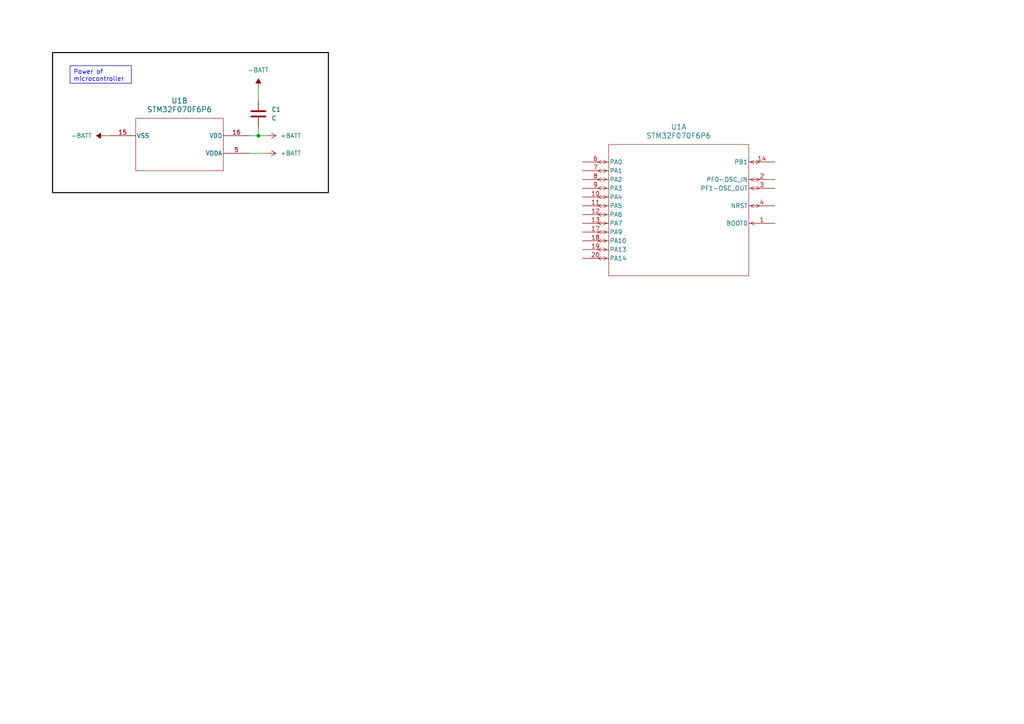
<source format=kicad_sch>
(kicad_sch (version 20230121) (generator eeschema)

  (uuid 0b835094-f9c0-45ab-a312-d1f27d043c8e)

  (paper "A4")

  (lib_symbols
    (symbol "2023-11-22_23-54-19:STM32F070F6P6" (pin_names (offset 0.254)) (in_bom yes) (on_board yes)
      (property "Reference" "U" (at 27.94 10.16 0)
        (effects (font (size 1.524 1.524)))
      )
      (property "Value" "STM32F070F6P6" (at 27.94 7.62 0)
        (effects (font (size 1.524 1.524)))
      )
      (property "Footprint" "TSSOP20" (at 0 0 0)
        (effects (font (size 1.27 1.27) italic) hide)
      )
      (property "Datasheet" "STM32F070F6P6" (at 0 0 0)
        (effects (font (size 1.27 1.27) italic) hide)
      )
      (property "ki_locked" "" (at 0 0 0)
        (effects (font (size 1.27 1.27)))
      )
      (property "ki_keywords" "STM32F070F6P6" (at 0 0 0)
        (effects (font (size 1.27 1.27)) hide)
      )
      (property "ki_fp_filters" "TSSOP20 TSSOP20-M TSSOP20-L" (at 0 0 0)
        (effects (font (size 1.27 1.27)) hide)
      )
      (symbol "STM32F070F6P6_1_1"
        (polyline
          (pts
            (xy 5.5372 -28.4607)
            (xy 4.4958 -27.94)
          )
          (stroke (width 0.127) (type default))
          (fill (type none))
        )
        (polyline
          (pts
            (xy 5.5372 -27.4193)
            (xy 4.4958 -27.94)
          )
          (stroke (width 0.127) (type default))
          (fill (type none))
        )
        (polyline
          (pts
            (xy 5.5372 -25.9207)
            (xy 4.4958 -25.4)
          )
          (stroke (width 0.127) (type default))
          (fill (type none))
        )
        (polyline
          (pts
            (xy 5.5372 -24.8793)
            (xy 4.4958 -25.4)
          )
          (stroke (width 0.127) (type default))
          (fill (type none))
        )
        (polyline
          (pts
            (xy 5.5372 -23.3807)
            (xy 4.4958 -22.86)
          )
          (stroke (width 0.127) (type default))
          (fill (type none))
        )
        (polyline
          (pts
            (xy 5.5372 -22.3393)
            (xy 4.4958 -22.86)
          )
          (stroke (width 0.127) (type default))
          (fill (type none))
        )
        (polyline
          (pts
            (xy 5.5372 -20.8407)
            (xy 4.4958 -20.32)
          )
          (stroke (width 0.127) (type default))
          (fill (type none))
        )
        (polyline
          (pts
            (xy 5.5372 -19.7993)
            (xy 4.4958 -20.32)
          )
          (stroke (width 0.127) (type default))
          (fill (type none))
        )
        (polyline
          (pts
            (xy 5.5372 -18.3007)
            (xy 4.4958 -17.78)
          )
          (stroke (width 0.127) (type default))
          (fill (type none))
        )
        (polyline
          (pts
            (xy 5.5372 -17.2593)
            (xy 4.4958 -17.78)
          )
          (stroke (width 0.127) (type default))
          (fill (type none))
        )
        (polyline
          (pts
            (xy 5.5372 -15.7607)
            (xy 4.4958 -15.24)
          )
          (stroke (width 0.127) (type default))
          (fill (type none))
        )
        (polyline
          (pts
            (xy 5.5372 -14.7193)
            (xy 4.4958 -15.24)
          )
          (stroke (width 0.127) (type default))
          (fill (type none))
        )
        (polyline
          (pts
            (xy 5.5372 -13.2207)
            (xy 4.4958 -12.7)
          )
          (stroke (width 0.127) (type default))
          (fill (type none))
        )
        (polyline
          (pts
            (xy 5.5372 -12.1793)
            (xy 4.4958 -12.7)
          )
          (stroke (width 0.127) (type default))
          (fill (type none))
        )
        (polyline
          (pts
            (xy 5.5372 -10.6807)
            (xy 4.4958 -10.16)
          )
          (stroke (width 0.127) (type default))
          (fill (type none))
        )
        (polyline
          (pts
            (xy 5.5372 -9.6393)
            (xy 4.4958 -10.16)
          )
          (stroke (width 0.127) (type default))
          (fill (type none))
        )
        (polyline
          (pts
            (xy 5.5372 -8.1407)
            (xy 4.4958 -7.62)
          )
          (stroke (width 0.127) (type default))
          (fill (type none))
        )
        (polyline
          (pts
            (xy 5.5372 -7.0993)
            (xy 4.4958 -7.62)
          )
          (stroke (width 0.127) (type default))
          (fill (type none))
        )
        (polyline
          (pts
            (xy 5.5372 -5.6007)
            (xy 4.4958 -5.08)
          )
          (stroke (width 0.127) (type default))
          (fill (type none))
        )
        (polyline
          (pts
            (xy 5.5372 -4.5593)
            (xy 4.4958 -5.08)
          )
          (stroke (width 0.127) (type default))
          (fill (type none))
        )
        (polyline
          (pts
            (xy 5.5372 -3.0607)
            (xy 4.4958 -2.54)
          )
          (stroke (width 0.127) (type default))
          (fill (type none))
        )
        (polyline
          (pts
            (xy 5.5372 -2.0193)
            (xy 4.4958 -2.54)
          )
          (stroke (width 0.127) (type default))
          (fill (type none))
        )
        (polyline
          (pts
            (xy 5.5372 -0.5207)
            (xy 4.4958 0)
          )
          (stroke (width 0.127) (type default))
          (fill (type none))
        )
        (polyline
          (pts
            (xy 5.5372 0.5207)
            (xy 4.4958 0)
          )
          (stroke (width 0.127) (type default))
          (fill (type none))
        )
        (polyline
          (pts
            (xy 7.0993 -27.94)
            (xy 6.0579 -28.4607)
          )
          (stroke (width 0.127) (type default))
          (fill (type none))
        )
        (polyline
          (pts
            (xy 7.0993 -27.94)
            (xy 6.0579 -27.4193)
          )
          (stroke (width 0.127) (type default))
          (fill (type none))
        )
        (polyline
          (pts
            (xy 7.0993 -25.4)
            (xy 6.0579 -25.9207)
          )
          (stroke (width 0.127) (type default))
          (fill (type none))
        )
        (polyline
          (pts
            (xy 7.0993 -25.4)
            (xy 6.0579 -24.8793)
          )
          (stroke (width 0.127) (type default))
          (fill (type none))
        )
        (polyline
          (pts
            (xy 7.0993 -22.86)
            (xy 6.0579 -23.3807)
          )
          (stroke (width 0.127) (type default))
          (fill (type none))
        )
        (polyline
          (pts
            (xy 7.0993 -22.86)
            (xy 6.0579 -22.3393)
          )
          (stroke (width 0.127) (type default))
          (fill (type none))
        )
        (polyline
          (pts
            (xy 7.0993 -20.32)
            (xy 6.0579 -20.8407)
          )
          (stroke (width 0.127) (type default))
          (fill (type none))
        )
        (polyline
          (pts
            (xy 7.0993 -20.32)
            (xy 6.0579 -19.7993)
          )
          (stroke (width 0.127) (type default))
          (fill (type none))
        )
        (polyline
          (pts
            (xy 7.0993 -17.78)
            (xy 6.0579 -18.3007)
          )
          (stroke (width 0.127) (type default))
          (fill (type none))
        )
        (polyline
          (pts
            (xy 7.0993 -17.78)
            (xy 6.0579 -17.2593)
          )
          (stroke (width 0.127) (type default))
          (fill (type none))
        )
        (polyline
          (pts
            (xy 7.0993 -15.24)
            (xy 6.0579 -15.7607)
          )
          (stroke (width 0.127) (type default))
          (fill (type none))
        )
        (polyline
          (pts
            (xy 7.0993 -15.24)
            (xy 6.0579 -14.7193)
          )
          (stroke (width 0.127) (type default))
          (fill (type none))
        )
        (polyline
          (pts
            (xy 7.0993 -12.7)
            (xy 6.0579 -13.2207)
          )
          (stroke (width 0.127) (type default))
          (fill (type none))
        )
        (polyline
          (pts
            (xy 7.0993 -12.7)
            (xy 6.0579 -12.1793)
          )
          (stroke (width 0.127) (type default))
          (fill (type none))
        )
        (polyline
          (pts
            (xy 7.0993 -10.16)
            (xy 6.0579 -10.6807)
          )
          (stroke (width 0.127) (type default))
          (fill (type none))
        )
        (polyline
          (pts
            (xy 7.0993 -10.16)
            (xy 6.0579 -9.6393)
          )
          (stroke (width 0.127) (type default))
          (fill (type none))
        )
        (polyline
          (pts
            (xy 7.0993 -7.62)
            (xy 6.0579 -8.1407)
          )
          (stroke (width 0.127) (type default))
          (fill (type none))
        )
        (polyline
          (pts
            (xy 7.0993 -7.62)
            (xy 6.0579 -7.0993)
          )
          (stroke (width 0.127) (type default))
          (fill (type none))
        )
        (polyline
          (pts
            (xy 7.0993 -5.08)
            (xy 6.0579 -5.6007)
          )
          (stroke (width 0.127) (type default))
          (fill (type none))
        )
        (polyline
          (pts
            (xy 7.0993 -5.08)
            (xy 6.0579 -4.5593)
          )
          (stroke (width 0.127) (type default))
          (fill (type none))
        )
        (polyline
          (pts
            (xy 7.0993 -2.54)
            (xy 6.0579 -3.0607)
          )
          (stroke (width 0.127) (type default))
          (fill (type none))
        )
        (polyline
          (pts
            (xy 7.0993 -2.54)
            (xy 6.0579 -2.0193)
          )
          (stroke (width 0.127) (type default))
          (fill (type none))
        )
        (polyline
          (pts
            (xy 7.0993 0)
            (xy 6.0579 -0.5207)
          )
          (stroke (width 0.127) (type default))
          (fill (type none))
        )
        (polyline
          (pts
            (xy 7.0993 0)
            (xy 6.0579 0.5207)
          )
          (stroke (width 0.127) (type default))
          (fill (type none))
        )
        (polyline
          (pts
            (xy 7.62 -33.02)
            (xy 48.26 -33.02)
          )
          (stroke (width 0.127) (type default))
          (fill (type none))
        )
        (polyline
          (pts
            (xy 7.62 5.08)
            (xy 7.62 -33.02)
          )
          (stroke (width 0.127) (type default))
          (fill (type none))
        )
        (polyline
          (pts
            (xy 48.26 -33.02)
            (xy 48.26 5.08)
          )
          (stroke (width 0.127) (type default))
          (fill (type none))
        )
        (polyline
          (pts
            (xy 48.26 5.08)
            (xy 7.62 5.08)
          )
          (stroke (width 0.127) (type default))
          (fill (type none))
        )
        (polyline
          (pts
            (xy 48.7807 -17.78)
            (xy 49.8221 -18.3007)
          )
          (stroke (width 0.127) (type default))
          (fill (type none))
        )
        (polyline
          (pts
            (xy 48.7807 -17.78)
            (xy 49.8221 -17.2593)
          )
          (stroke (width 0.127) (type default))
          (fill (type none))
        )
        (polyline
          (pts
            (xy 48.7807 -12.7)
            (xy 49.8221 -13.2207)
          )
          (stroke (width 0.127) (type default))
          (fill (type none))
        )
        (polyline
          (pts
            (xy 48.7807 -12.7)
            (xy 49.8221 -12.1793)
          )
          (stroke (width 0.127) (type default))
          (fill (type none))
        )
        (polyline
          (pts
            (xy 48.7807 -7.62)
            (xy 49.8221 -8.1407)
          )
          (stroke (width 0.127) (type default))
          (fill (type none))
        )
        (polyline
          (pts
            (xy 48.7807 -7.62)
            (xy 49.8221 -7.0993)
          )
          (stroke (width 0.127) (type default))
          (fill (type none))
        )
        (polyline
          (pts
            (xy 48.7807 -5.08)
            (xy 49.8221 -5.6007)
          )
          (stroke (width 0.127) (type default))
          (fill (type none))
        )
        (polyline
          (pts
            (xy 48.7807 -5.08)
            (xy 49.8221 -4.5593)
          )
          (stroke (width 0.127) (type default))
          (fill (type none))
        )
        (polyline
          (pts
            (xy 48.7807 0)
            (xy 49.8221 -0.5207)
          )
          (stroke (width 0.127) (type default))
          (fill (type none))
        )
        (polyline
          (pts
            (xy 48.7807 0)
            (xy 49.8221 0.5207)
          )
          (stroke (width 0.127) (type default))
          (fill (type none))
        )
        (polyline
          (pts
            (xy 50.3428 -13.2207)
            (xy 51.3842 -12.7)
          )
          (stroke (width 0.127) (type default))
          (fill (type none))
        )
        (polyline
          (pts
            (xy 50.3428 -12.1793)
            (xy 51.3842 -12.7)
          )
          (stroke (width 0.127) (type default))
          (fill (type none))
        )
        (polyline
          (pts
            (xy 50.3428 -8.1407)
            (xy 51.3842 -7.62)
          )
          (stroke (width 0.127) (type default))
          (fill (type none))
        )
        (polyline
          (pts
            (xy 50.3428 -7.0993)
            (xy 51.3842 -7.62)
          )
          (stroke (width 0.127) (type default))
          (fill (type none))
        )
        (polyline
          (pts
            (xy 50.3428 -5.6007)
            (xy 51.3842 -5.08)
          )
          (stroke (width 0.127) (type default))
          (fill (type none))
        )
        (polyline
          (pts
            (xy 50.3428 -4.5593)
            (xy 51.3842 -5.08)
          )
          (stroke (width 0.127) (type default))
          (fill (type none))
        )
        (polyline
          (pts
            (xy 50.3428 -0.5207)
            (xy 51.3842 0)
          )
          (stroke (width 0.127) (type default))
          (fill (type none))
        )
        (polyline
          (pts
            (xy 50.3428 0.5207)
            (xy 51.3842 0)
          )
          (stroke (width 0.127) (type default))
          (fill (type none))
        )
        (pin input line (at 55.88 -17.78 180) (length 7.62)
          (name "BOOT0" (effects (font (size 1.27 1.27))))
          (number "1" (effects (font (size 1.27 1.27))))
        )
        (pin bidirectional line (at 0 -10.16 0) (length 7.62)
          (name "PA4" (effects (font (size 1.27 1.27))))
          (number "10" (effects (font (size 1.27 1.27))))
        )
        (pin bidirectional line (at 0 -12.7 0) (length 7.62)
          (name "PA5" (effects (font (size 1.27 1.27))))
          (number "11" (effects (font (size 1.27 1.27))))
        )
        (pin bidirectional line (at 0 -15.24 0) (length 7.62)
          (name "PA6" (effects (font (size 1.27 1.27))))
          (number "12" (effects (font (size 1.27 1.27))))
        )
        (pin bidirectional line (at 0 -17.78 0) (length 7.62)
          (name "PA7" (effects (font (size 1.27 1.27))))
          (number "13" (effects (font (size 1.27 1.27))))
        )
        (pin bidirectional line (at 55.88 0 180) (length 7.62)
          (name "PB1" (effects (font (size 1.27 1.27))))
          (number "14" (effects (font (size 1.27 1.27))))
        )
        (pin bidirectional line (at 0 -20.32 0) (length 7.62)
          (name "PA9" (effects (font (size 1.27 1.27))))
          (number "17" (effects (font (size 1.27 1.27))))
        )
        (pin bidirectional line (at 0 -22.86 0) (length 7.62)
          (name "PA10" (effects (font (size 1.27 1.27))))
          (number "18" (effects (font (size 1.27 1.27))))
        )
        (pin bidirectional line (at 0 -25.4 0) (length 7.62)
          (name "PA13" (effects (font (size 1.27 1.27))))
          (number "19" (effects (font (size 1.27 1.27))))
        )
        (pin bidirectional line (at 55.88 -5.08 180) (length 7.62)
          (name "PF0-OSC_IN" (effects (font (size 1.27 1.27))))
          (number "2" (effects (font (size 1.27 1.27))))
        )
        (pin bidirectional line (at 0 -27.94 0) (length 7.62)
          (name "PA14" (effects (font (size 1.27 1.27))))
          (number "20" (effects (font (size 1.27 1.27))))
        )
        (pin bidirectional line (at 55.88 -7.62 180) (length 7.62)
          (name "PF1-OSC_OUT" (effects (font (size 1.27 1.27))))
          (number "3" (effects (font (size 1.27 1.27))))
        )
        (pin bidirectional line (at 55.88 -12.7 180) (length 7.62)
          (name "NRST" (effects (font (size 1.27 1.27))))
          (number "4" (effects (font (size 1.27 1.27))))
        )
        (pin bidirectional line (at 0 0 0) (length 7.62)
          (name "PA0" (effects (font (size 1.27 1.27))))
          (number "6" (effects (font (size 1.27 1.27))))
        )
        (pin bidirectional line (at 0 -2.54 0) (length 7.62)
          (name "PA1" (effects (font (size 1.27 1.27))))
          (number "7" (effects (font (size 1.27 1.27))))
        )
        (pin bidirectional line (at 0 -5.08 0) (length 7.62)
          (name "PA2" (effects (font (size 1.27 1.27))))
          (number "8" (effects (font (size 1.27 1.27))))
        )
        (pin bidirectional line (at 0 -7.62 0) (length 7.62)
          (name "PA3" (effects (font (size 1.27 1.27))))
          (number "9" (effects (font (size 1.27 1.27))))
        )
      )
      (symbol "STM32F070F6P6_2_1"
        (polyline
          (pts
            (xy 7.62 -10.16)
            (xy 33.02 -10.16)
          )
          (stroke (width 0.127) (type default))
          (fill (type none))
        )
        (polyline
          (pts
            (xy 7.62 5.08)
            (xy 7.62 -10.16)
          )
          (stroke (width 0.127) (type default))
          (fill (type none))
        )
        (polyline
          (pts
            (xy 33.02 -10.16)
            (xy 33.02 5.08)
          )
          (stroke (width 0.127) (type default))
          (fill (type none))
        )
        (polyline
          (pts
            (xy 33.02 5.08)
            (xy 7.62 5.08)
          )
          (stroke (width 0.127) (type default))
          (fill (type none))
        )
        (pin power_in line (at 0 0 0) (length 7.62)
          (name "VSS" (effects (font (size 1.27 1.27))))
          (number "15" (effects (font (size 1.27 1.27))))
        )
        (pin power_in line (at 40.64 0 180) (length 7.62)
          (name "VDD" (effects (font (size 1.27 1.27))))
          (number "16" (effects (font (size 1.27 1.27))))
        )
        (pin power_in line (at 40.64 -5.08 180) (length 7.62)
          (name "VDDA" (effects (font (size 1.27 1.27))))
          (number "5" (effects (font (size 1.27 1.27))))
        )
      )
    )
    (symbol "Device:C" (pin_numbers hide) (pin_names (offset 0.254)) (in_bom yes) (on_board yes)
      (property "Reference" "C" (at 0.635 2.54 0)
        (effects (font (size 1.27 1.27)) (justify left))
      )
      (property "Value" "C" (at 0.635 -2.54 0)
        (effects (font (size 1.27 1.27)) (justify left))
      )
      (property "Footprint" "" (at 0.9652 -3.81 0)
        (effects (font (size 1.27 1.27)) hide)
      )
      (property "Datasheet" "~" (at 0 0 0)
        (effects (font (size 1.27 1.27)) hide)
      )
      (property "ki_keywords" "cap capacitor" (at 0 0 0)
        (effects (font (size 1.27 1.27)) hide)
      )
      (property "ki_description" "Unpolarized capacitor" (at 0 0 0)
        (effects (font (size 1.27 1.27)) hide)
      )
      (property "ki_fp_filters" "C_*" (at 0 0 0)
        (effects (font (size 1.27 1.27)) hide)
      )
      (symbol "C_0_1"
        (polyline
          (pts
            (xy -2.032 -0.762)
            (xy 2.032 -0.762)
          )
          (stroke (width 0.508) (type default))
          (fill (type none))
        )
        (polyline
          (pts
            (xy -2.032 0.762)
            (xy 2.032 0.762)
          )
          (stroke (width 0.508) (type default))
          (fill (type none))
        )
      )
      (symbol "C_1_1"
        (pin passive line (at 0 3.81 270) (length 2.794)
          (name "~" (effects (font (size 1.27 1.27))))
          (number "1" (effects (font (size 1.27 1.27))))
        )
        (pin passive line (at 0 -3.81 90) (length 2.794)
          (name "~" (effects (font (size 1.27 1.27))))
          (number "2" (effects (font (size 1.27 1.27))))
        )
      )
    )
    (symbol "power:+BATT" (power) (pin_names (offset 0)) (in_bom yes) (on_board yes)
      (property "Reference" "#PWR" (at 0 -3.81 0)
        (effects (font (size 1.27 1.27)) hide)
      )
      (property "Value" "+BATT" (at 0 3.556 0)
        (effects (font (size 1.27 1.27)))
      )
      (property "Footprint" "" (at 0 0 0)
        (effects (font (size 1.27 1.27)) hide)
      )
      (property "Datasheet" "" (at 0 0 0)
        (effects (font (size 1.27 1.27)) hide)
      )
      (property "ki_keywords" "global power battery" (at 0 0 0)
        (effects (font (size 1.27 1.27)) hide)
      )
      (property "ki_description" "Power symbol creates a global label with name \"+BATT\"" (at 0 0 0)
        (effects (font (size 1.27 1.27)) hide)
      )
      (symbol "+BATT_0_1"
        (polyline
          (pts
            (xy -0.762 1.27)
            (xy 0 2.54)
          )
          (stroke (width 0) (type default))
          (fill (type none))
        )
        (polyline
          (pts
            (xy 0 0)
            (xy 0 2.54)
          )
          (stroke (width 0) (type default))
          (fill (type none))
        )
        (polyline
          (pts
            (xy 0 2.54)
            (xy 0.762 1.27)
          )
          (stroke (width 0) (type default))
          (fill (type none))
        )
      )
      (symbol "+BATT_1_1"
        (pin power_in line (at 0 0 90) (length 0) hide
          (name "+BATT" (effects (font (size 1.27 1.27))))
          (number "1" (effects (font (size 1.27 1.27))))
        )
      )
    )
    (symbol "power:-BATT" (power) (pin_names (offset 0)) (in_bom yes) (on_board yes)
      (property "Reference" "#PWR" (at 0 -3.81 0)
        (effects (font (size 1.27 1.27)) hide)
      )
      (property "Value" "-BATT" (at 0 3.556 0)
        (effects (font (size 1.27 1.27)))
      )
      (property "Footprint" "" (at 0 0 0)
        (effects (font (size 1.27 1.27)) hide)
      )
      (property "Datasheet" "" (at 0 0 0)
        (effects (font (size 1.27 1.27)) hide)
      )
      (property "ki_keywords" "global power battery" (at 0 0 0)
        (effects (font (size 1.27 1.27)) hide)
      )
      (property "ki_description" "Power symbol creates a global label with name \"-BATT\"" (at 0 0 0)
        (effects (font (size 1.27 1.27)) hide)
      )
      (symbol "-BATT_0_1"
        (polyline
          (pts
            (xy 0 0)
            (xy 0 2.54)
          )
          (stroke (width 0) (type default))
          (fill (type none))
        )
        (polyline
          (pts
            (xy 0.762 1.27)
            (xy -0.762 1.27)
            (xy 0 2.54)
            (xy 0.762 1.27)
          )
          (stroke (width 0) (type default))
          (fill (type outline))
        )
      )
      (symbol "-BATT_1_1"
        (pin power_in line (at 0 0 90) (length 0) hide
          (name "-BATT" (effects (font (size 1.27 1.27))))
          (number "1" (effects (font (size 1.27 1.27))))
        )
      )
    )
  )

  (junction (at 74.93 39.37) (diameter 0) (color 0 0 0 0)
    (uuid f27d25df-022d-49e5-8cf3-1afccf140d46)
  )

  (wire (pts (xy 74.93 39.37) (xy 77.47 39.37))
    (stroke (width 0) (type default))
    (uuid 0f2c51ae-4872-4cc1-aaac-617a343cd1b1)
  )
  (wire (pts (xy 74.93 36.83) (xy 74.93 39.37))
    (stroke (width 0) (type default))
    (uuid 221b4e85-8851-480c-862d-88d8b9cf32b8)
  )
  (wire (pts (xy 74.93 25.4) (xy 74.93 29.21))
    (stroke (width 0) (type default))
    (uuid 3001dcc2-5f8d-4bb7-8886-b53e41531118)
  )
  (wire (pts (xy 72.39 44.45) (xy 77.47 44.45))
    (stroke (width 0) (type default))
    (uuid 5a952f59-47dd-4b31-968e-6cda49cd6e01)
  )
  (wire (pts (xy 30.48 39.37) (xy 31.75 39.37))
    (stroke (width 0) (type default))
    (uuid 9c43ca96-9b8c-450c-9cff-0a0435a2a802)
  )
  (wire (pts (xy 72.39 39.37) (xy 74.93 39.37))
    (stroke (width 0) (type default))
    (uuid bf01accf-de7e-4924-9a82-20e5a35d5497)
  )

  (rectangle (start 15.24 15.24) (end 95.25 55.88)
    (stroke (width 0.3) (type solid) (color 0 0 0 1))
    (fill (type none))
    (uuid 5629be61-f33a-4023-a463-7b383b38599f)
  )

  (text_box "Power of microcontroller"
    (at 20.32 19.05 0) (size 17.78 5.08)
    (stroke (width 0) (type default))
    (fill (type none))
    (effects (font (size 1.27 1.27)) (justify left top))
    (uuid 55b3f292-9ae0-4d46-a920-e3973eeb6ef4)
  )

  (symbol (lib_id "power:+BATT") (at 77.47 44.45 270) (unit 1)
    (in_bom yes) (on_board yes) (dnp no)
    (uuid 30676ba9-67e4-482a-8b04-b24de9414163)
    (property "Reference" "#PWR03" (at 73.66 44.45 0)
      (effects (font (size 1.27 1.27)) hide)
    )
    (property "Value" "+BATT" (at 81.28 44.45 90)
      (effects (font (size 1.27 1.27)) (justify left))
    )
    (property "Footprint" "" (at 77.47 44.45 0)
      (effects (font (size 1.27 1.27)) hide)
    )
    (property "Datasheet" "" (at 77.47 44.45 0)
      (effects (font (size 1.27 1.27)) hide)
    )
    (pin "1" (uuid e2b36210-bd07-4e54-ade3-eee71cdd3923))
    (instances
      (project "rc_hotwheels"
        (path "/0b835094-f9c0-45ab-a312-d1f27d043c8e"
          (reference "#PWR03") (unit 1)
        )
      )
    )
  )

  (symbol (lib_id "2023-11-22_23-54-19:STM32F070F6P6") (at 31.75 39.37 0) (unit 2)
    (in_bom yes) (on_board yes) (dnp no) (fields_autoplaced)
    (uuid 6e94eddc-0eb4-440b-8aad-068522079bff)
    (property "Reference" "U1" (at 52.07 29.21 0)
      (effects (font (size 1.524 1.524)))
    )
    (property "Value" "STM32F070F6P6" (at 52.07 31.75 0)
      (effects (font (size 1.524 1.524)))
    )
    (property "Footprint" "TSSOP20" (at 31.75 39.37 0)
      (effects (font (size 1.27 1.27) italic) hide)
    )
    (property "Datasheet" "STM32F070F6P6" (at 31.75 39.37 0)
      (effects (font (size 1.27 1.27) italic) hide)
    )
    (pin "1" (uuid 52423519-5550-4cc0-a70a-1065a06e0d02))
    (pin "10" (uuid 53743ede-8eda-4e09-b1ac-f94155b3fbd6))
    (pin "11" (uuid 14bebdf2-930d-46b7-8b1c-f33d334e65e8))
    (pin "12" (uuid 602e301e-5237-4dd7-b953-1ee27e17835a))
    (pin "13" (uuid 292b8210-a9e3-4c0f-b8f5-db1dc72ab59a))
    (pin "14" (uuid 2e32207a-4e79-4480-b0ff-f8a1780329a8))
    (pin "17" (uuid 4ea09608-697f-46ff-9b23-637f028a8f2f))
    (pin "18" (uuid a6e914d9-8a99-4927-8d4e-9647d94f44a8))
    (pin "19" (uuid d7a62ad8-aa9e-43f8-a433-5b24cb29711c))
    (pin "2" (uuid c6b54172-031c-4ce1-8fbe-aafd7ffdd9bb))
    (pin "20" (uuid c324723a-d3cb-49f0-a52d-8d7e05530d85))
    (pin "3" (uuid d53e0499-1028-44d2-9962-1ec266fe1142))
    (pin "4" (uuid 02b2cc82-e7e7-42c0-bdac-e3c5536f1bab))
    (pin "6" (uuid 1260c9a3-6b8e-49a6-ba0d-b4cd10f14074))
    (pin "7" (uuid 8a140dc5-3ce1-4958-b91a-137ad3fef12d))
    (pin "8" (uuid b0fa16f0-dff3-4c0f-97fc-50971295e61f))
    (pin "9" (uuid af0e176c-558b-4cb0-91e2-da35508cd44a))
    (pin "15" (uuid 3062c8ba-5dd6-4e09-9226-8f9bb4bb328e))
    (pin "16" (uuid a6a91305-01bc-41c0-b3c3-d625923ef004))
    (pin "5" (uuid 5b7315d9-0e6d-4a49-aa1b-dd66dce4f691))
    (instances
      (project "rc_hotwheels"
        (path "/0b835094-f9c0-45ab-a312-d1f27d043c8e"
          (reference "U1") (unit 2)
        )
      )
    )
  )

  (symbol (lib_id "2023-11-22_23-54-19:STM32F070F6P6") (at 168.91 46.99 0) (unit 1)
    (in_bom yes) (on_board yes) (dnp no) (fields_autoplaced)
    (uuid 6fc3e3b5-d32a-4566-b06b-3227f5fb0f53)
    (property "Reference" "U1" (at 196.85 36.83 0)
      (effects (font (size 1.524 1.524)))
    )
    (property "Value" "STM32F070F6P6" (at 196.85 39.37 0)
      (effects (font (size 1.524 1.524)))
    )
    (property "Footprint" "TSSOP20" (at 168.91 46.99 0)
      (effects (font (size 1.27 1.27) italic) hide)
    )
    (property "Datasheet" "STM32F070F6P6" (at 168.91 46.99 0)
      (effects (font (size 1.27 1.27) italic) hide)
    )
    (pin "1" (uuid f7e9b749-f26a-4487-99e6-6b58e7161f0b))
    (pin "10" (uuid 476aced7-6c9a-4072-931c-80fc89c08cfe))
    (pin "11" (uuid 340b7443-7faa-4342-8c13-eb038967d8cd))
    (pin "12" (uuid f34a5e52-a0d9-4a3a-b8af-af81256bad32))
    (pin "13" (uuid 891e17bf-73ae-43e5-ae1f-9d5f748f45dc))
    (pin "14" (uuid 010bdafc-286c-45ec-b26b-050be89a6229))
    (pin "17" (uuid a4b594e5-f46f-4fc1-b7ae-25c8601acaeb))
    (pin "18" (uuid b2b9537f-7031-4103-8911-9fb2fa7d00c2))
    (pin "19" (uuid f3abea61-c478-4d45-b978-d7e5cae237ee))
    (pin "2" (uuid ac931430-417f-466a-80c7-8a335a673f58))
    (pin "20" (uuid 7da6dc80-4bf8-4848-b8ab-4ec8c2d42aeb))
    (pin "3" (uuid 1da719d6-5a1c-4a6a-b2fb-59323966ec3a))
    (pin "4" (uuid 8f45d62e-4726-4c17-bb9f-3bce4ffc02b3))
    (pin "6" (uuid 4b8f6fa2-9e1a-417a-98ec-7b9686eeff9e))
    (pin "7" (uuid 005acfb0-5a9a-4467-a400-b65ba4893ba2))
    (pin "8" (uuid cdd70a11-9e81-433e-b551-542f3bee6b7b))
    (pin "9" (uuid 63b145f6-959a-45ee-b596-278eae5c6d2d))
    (pin "15" (uuid bb09103e-f837-4050-98b6-31c0c2c8c84a))
    (pin "16" (uuid 4df66237-01ea-432d-800b-0d3d43a845e1))
    (pin "5" (uuid 9dd9575a-4004-45c8-9cef-938f5a23fa83))
    (instances
      (project "rc_hotwheels"
        (path "/0b835094-f9c0-45ab-a312-d1f27d043c8e"
          (reference "U1") (unit 1)
        )
      )
    )
  )

  (symbol (lib_id "Device:C") (at 74.93 33.02 180) (unit 1)
    (in_bom yes) (on_board yes) (dnp no) (fields_autoplaced)
    (uuid 7a726e0a-ea36-4b32-bdf0-7a9cd676cbec)
    (property "Reference" "C1" (at 78.74 31.75 0)
      (effects (font (size 1.27 1.27)) (justify right))
    )
    (property "Value" "C" (at 78.74 34.29 0)
      (effects (font (size 1.27 1.27)) (justify right))
    )
    (property "Footprint" "" (at 73.9648 29.21 0)
      (effects (font (size 1.27 1.27)) hide)
    )
    (property "Datasheet" "~" (at 74.93 33.02 0)
      (effects (font (size 1.27 1.27)) hide)
    )
    (pin "1" (uuid ea34a697-f35c-431a-a3d1-f6d43ea37234))
    (pin "2" (uuid 7e1ee624-872f-4233-9371-35f74141ad5b))
    (instances
      (project "rc_hotwheels"
        (path "/0b835094-f9c0-45ab-a312-d1f27d043c8e"
          (reference "C1") (unit 1)
        )
      )
    )
  )

  (symbol (lib_id "power:-BATT") (at 30.48 39.37 90) (unit 1)
    (in_bom yes) (on_board yes) (dnp no) (fields_autoplaced)
    (uuid dfec40bd-adac-4602-bb1f-2098aa724990)
    (property "Reference" "#PWR02" (at 34.29 39.37 0)
      (effects (font (size 1.27 1.27)) hide)
    )
    (property "Value" "-BATT" (at 26.67 39.37 90)
      (effects (font (size 1.27 1.27)) (justify left))
    )
    (property "Footprint" "" (at 30.48 39.37 0)
      (effects (font (size 1.27 1.27)) hide)
    )
    (property "Datasheet" "" (at 30.48 39.37 0)
      (effects (font (size 1.27 1.27)) hide)
    )
    (pin "1" (uuid 5f296fa0-5104-4f87-863a-fbcfdb722f66))
    (instances
      (project "rc_hotwheels"
        (path "/0b835094-f9c0-45ab-a312-d1f27d043c8e"
          (reference "#PWR02") (unit 1)
        )
      )
    )
  )

  (symbol (lib_id "power:-BATT") (at 74.93 25.4 0) (unit 1)
    (in_bom yes) (on_board yes) (dnp no) (fields_autoplaced)
    (uuid fbedde84-0e16-4395-abd2-eeac60260ddc)
    (property "Reference" "#PWR04" (at 74.93 29.21 0)
      (effects (font (size 1.27 1.27)) hide)
    )
    (property "Value" "-BATT" (at 74.93 20.32 0)
      (effects (font (size 1.27 1.27)))
    )
    (property "Footprint" "" (at 74.93 25.4 0)
      (effects (font (size 1.27 1.27)) hide)
    )
    (property "Datasheet" "" (at 74.93 25.4 0)
      (effects (font (size 1.27 1.27)) hide)
    )
    (pin "1" (uuid 8cd17836-3171-498c-9718-6644a1927d0c))
    (instances
      (project "rc_hotwheels"
        (path "/0b835094-f9c0-45ab-a312-d1f27d043c8e"
          (reference "#PWR04") (unit 1)
        )
      )
    )
  )

  (symbol (lib_id "power:+BATT") (at 77.47 39.37 270) (unit 1)
    (in_bom yes) (on_board yes) (dnp no)
    (uuid fd4aebcf-af0a-486a-b826-3d18152103e3)
    (property "Reference" "#PWR01" (at 73.66 39.37 0)
      (effects (font (size 1.27 1.27)) hide)
    )
    (property "Value" "+BATT" (at 81.28 39.37 90)
      (effects (font (size 1.27 1.27)) (justify left))
    )
    (property "Footprint" "" (at 77.47 39.37 0)
      (effects (font (size 1.27 1.27)) hide)
    )
    (property "Datasheet" "" (at 77.47 39.37 0)
      (effects (font (size 1.27 1.27)) hide)
    )
    (pin "1" (uuid ab770661-b99b-4eb1-999f-31784bc1c344))
    (instances
      (project "rc_hotwheels"
        (path "/0b835094-f9c0-45ab-a312-d1f27d043c8e"
          (reference "#PWR01") (unit 1)
        )
      )
    )
  )

  (sheet_instances
    (path "/" (page "1"))
  )
)

</source>
